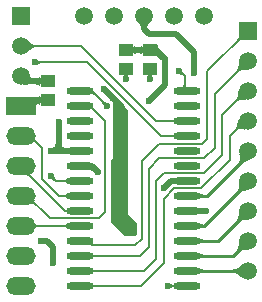
<source format=gtl>
G04 Layer_Physical_Order=1*
G04 Layer_Color=255*
%FSLAX44Y44*%
%MOMM*%
G71*
G01*
G75*
%ADD10O,2.3000X0.6000*%
%ADD11R,1.3000X1.0000*%
%ADD12C,0.5000*%
%ADD13C,0.2000*%
%ADD14C,0.2540*%
%ADD15R,1.5000X1.5000*%
%ADD16C,1.5000*%
%ADD17O,2.5000X1.5000*%
%ADD18R,2.5000X1.5000*%
%ADD19C,0.6000*%
G36*
X166061Y-177764D02*
X166232Y-177780D01*
X167329Y-177817D01*
X171110Y-177840D01*
Y-182840D01*
X165988Y-182934D01*
Y-177746D01*
X166061Y-177764D01*
D02*
G37*
G36*
X53894Y-181753D02*
X53876Y-181675D01*
X53821Y-181604D01*
X53730Y-181542D01*
X53602Y-181489D01*
X53438Y-181443D01*
X53238Y-181406D01*
X53000Y-181377D01*
X52417Y-181344D01*
X52070Y-181340D01*
Y-179340D01*
X52417Y-179336D01*
X53238Y-179274D01*
X53438Y-179237D01*
X53602Y-179191D01*
X53730Y-179137D01*
X53821Y-179076D01*
X53876Y-179005D01*
X53894Y-178927D01*
Y-181753D01*
D02*
G37*
G36*
X26629Y-171400D02*
X26559Y-171568D01*
X26534Y-171753D01*
X26554Y-171956D01*
X26621Y-172176D01*
X26732Y-172414D01*
X26890Y-172669D01*
X27092Y-172942D01*
X27341Y-173233D01*
X27635Y-173541D01*
X26229Y-174963D01*
X25922Y-174670D01*
X25632Y-174422D01*
X25360Y-174221D01*
X25106Y-174065D01*
X24870Y-173955D01*
X24651Y-173890D01*
X24451Y-173872D01*
X24267Y-173899D01*
X24102Y-173971D01*
X23954Y-174090D01*
X26746Y-171250D01*
X26629Y-171400D01*
D02*
G37*
G36*
X27432Y-191237D02*
X27499Y-191406D01*
X27611Y-191554D01*
X27768Y-191683D01*
X27969Y-191792D01*
X28215Y-191881D01*
X28506Y-191951D01*
X28842Y-192000D01*
X29222Y-192030D01*
X29647Y-192040D01*
Y-194040D01*
X29222Y-194050D01*
X28842Y-194080D01*
X28506Y-194129D01*
X28215Y-194199D01*
X27969Y-194288D01*
X27768Y-194397D01*
X27611Y-194526D01*
X27499Y-194674D01*
X27432Y-194843D01*
X27410Y-195031D01*
Y-191049D01*
X27432Y-191237D01*
D02*
G37*
G36*
X54306Y-195021D02*
X54280Y-194835D01*
X54201Y-194668D01*
X54070Y-194521D01*
X53887Y-194393D01*
X53652Y-194285D01*
X53364Y-194197D01*
X53024Y-194128D01*
X52632Y-194079D01*
X52187Y-194050D01*
X51690Y-194040D01*
Y-192040D01*
X52187Y-192030D01*
X53024Y-191952D01*
X53364Y-191883D01*
X53652Y-191795D01*
X53887Y-191687D01*
X54070Y-191559D01*
X54201Y-191412D01*
X54280Y-191245D01*
X54306Y-191059D01*
Y-195021D01*
D02*
G37*
G36*
X206935Y-187840D02*
X205858Y-187848D01*
X203925Y-187979D01*
X203070Y-188102D01*
X202290Y-188263D01*
X201583Y-188463D01*
X200951Y-188702D01*
X200393Y-188978D01*
X199909Y-189293D01*
X199499Y-189647D01*
X197703Y-187851D01*
X198057Y-187441D01*
X198372Y-186957D01*
X198648Y-186399D01*
X198887Y-185767D01*
X199086Y-185060D01*
X199248Y-184280D01*
X199371Y-183425D01*
X199502Y-181493D01*
X199510Y-180415D01*
X206935Y-187840D01*
D02*
G37*
G36*
X54306Y-156921D02*
X54280Y-156735D01*
X54201Y-156568D01*
X54070Y-156421D01*
X53887Y-156293D01*
X53652Y-156185D01*
X53364Y-156097D01*
X53024Y-156028D01*
X52632Y-155979D01*
X52187Y-155950D01*
X51690Y-155940D01*
Y-153940D01*
X52187Y-153930D01*
X53024Y-153852D01*
X53364Y-153783D01*
X53652Y-153695D01*
X53887Y-153587D01*
X54070Y-153459D01*
X54201Y-153312D01*
X54280Y-153145D01*
X54306Y-152959D01*
Y-156921D01*
D02*
G37*
G36*
X43647Y-151463D02*
X43674Y-151754D01*
X43722Y-152035D01*
X43789Y-152305D01*
X43877Y-152564D01*
X43985Y-152812D01*
X44114Y-153049D01*
X44262Y-153276D01*
X44431Y-153491D01*
X44620Y-153696D01*
X43206Y-155110D01*
X43001Y-154921D01*
X42786Y-154752D01*
X42559Y-154604D01*
X42322Y-154475D01*
X42074Y-154367D01*
X41815Y-154279D01*
X41545Y-154212D01*
X41264Y-154164D01*
X40973Y-154137D01*
X40670Y-154130D01*
X43640Y-151160D01*
X43647Y-151463D01*
D02*
G37*
G36*
X23285Y-148986D02*
X23126Y-149068D01*
X23024Y-149180D01*
X22979Y-149321D01*
X22992Y-149491D01*
X23062Y-149690D01*
X23190Y-149917D01*
X23375Y-150174D01*
X23617Y-150459D01*
X23918Y-150773D01*
X21476Y-151160D01*
X21153Y-150851D01*
X20533Y-150342D01*
X20237Y-150143D01*
X19950Y-149980D01*
X19672Y-149854D01*
X19402Y-149764D01*
X19142Y-149711D01*
X18890Y-149695D01*
X18647Y-149715D01*
X23502Y-148931D01*
X23285Y-148986D01*
D02*
G37*
G36*
X166076Y-165361D02*
X166186Y-165573D01*
X166370Y-165760D01*
X166628Y-165921D01*
X166959Y-166059D01*
X167364Y-166171D01*
X167842Y-166258D01*
X168394Y-166320D01*
X169019Y-166358D01*
X169718Y-166370D01*
Y-168910D01*
X169019Y-168922D01*
X167842Y-169022D01*
X167364Y-169109D01*
X166959Y-169221D01*
X166628Y-169359D01*
X166370Y-169520D01*
X166186Y-169707D01*
X166076Y-169919D01*
X166039Y-170156D01*
Y-165124D01*
X166076Y-165361D01*
D02*
G37*
G36*
X54306Y-169621D02*
X54280Y-169435D01*
X54201Y-169268D01*
X54070Y-169121D01*
X53887Y-168993D01*
X53652Y-168885D01*
X53364Y-168797D01*
X53024Y-168728D01*
X52632Y-168679D01*
X52187Y-168650D01*
X51690Y-168640D01*
Y-166640D01*
X52187Y-166630D01*
X53024Y-166552D01*
X53364Y-166483D01*
X53652Y-166395D01*
X53887Y-166287D01*
X54070Y-166159D01*
X54201Y-166012D01*
X54280Y-165845D01*
X54306Y-165659D01*
Y-169621D01*
D02*
G37*
G36*
X207833Y-162395D02*
X206703Y-162535D01*
X203813Y-163079D01*
X203016Y-163303D01*
X202303Y-163547D01*
X201673Y-163812D01*
X201127Y-164098D01*
X200664Y-164404D01*
X200284Y-164732D01*
X198268Y-163156D01*
X198640Y-162725D01*
X198958Y-162229D01*
X199222Y-161667D01*
X199433Y-161041D01*
X199590Y-160349D01*
X199694Y-159592D01*
X199744Y-158770D01*
X199741Y-157883D01*
X199684Y-156930D01*
X199573Y-155912D01*
X207833Y-162395D01*
D02*
G37*
G36*
X166076Y-228861D02*
X166186Y-229073D01*
X166370Y-229259D01*
X166628Y-229422D01*
X166959Y-229559D01*
X167364Y-229671D01*
X167842Y-229758D01*
X168394Y-229820D01*
X169019Y-229858D01*
X169718Y-229870D01*
Y-232410D01*
X169019Y-232422D01*
X167842Y-232522D01*
X167364Y-232609D01*
X166959Y-232722D01*
X166628Y-232859D01*
X166370Y-233020D01*
X166186Y-233207D01*
X166076Y-233419D01*
X166039Y-233656D01*
Y-228624D01*
X166076Y-228861D01*
D02*
G37*
G36*
X75700Y-229345D02*
X75779Y-229512D01*
X75910Y-229659D01*
X76093Y-229787D01*
X76328Y-229895D01*
X76616Y-229983D01*
X76956Y-230052D01*
X77348Y-230101D01*
X77793Y-230130D01*
X78290Y-230140D01*
Y-232140D01*
X77793Y-232150D01*
X76956Y-232228D01*
X76616Y-232297D01*
X76328Y-232385D01*
X76093Y-232493D01*
X75910Y-232621D01*
X75779Y-232768D01*
X75700Y-232935D01*
X75674Y-233121D01*
Y-229159D01*
X75700Y-229345D01*
D02*
G37*
G36*
X166076Y-216161D02*
X166186Y-216373D01*
X166370Y-216560D01*
X166628Y-216721D01*
X166959Y-216859D01*
X167364Y-216971D01*
X167842Y-217058D01*
X168394Y-217120D01*
X169019Y-217158D01*
X169718Y-217170D01*
Y-219710D01*
X169019Y-219722D01*
X167842Y-219822D01*
X167364Y-219909D01*
X166959Y-220021D01*
X166628Y-220159D01*
X166370Y-220320D01*
X166186Y-220507D01*
X166076Y-220719D01*
X166039Y-220956D01*
Y-215924D01*
X166076Y-216161D01*
D02*
G37*
G36*
X75700Y-242045D02*
X75779Y-242212D01*
X75910Y-242359D01*
X76093Y-242487D01*
X76328Y-242595D01*
X76616Y-242683D01*
X76956Y-242752D01*
X77348Y-242801D01*
X77793Y-242830D01*
X78290Y-242840D01*
Y-244840D01*
X77793Y-244850D01*
X76956Y-244928D01*
X76616Y-244997D01*
X76328Y-245085D01*
X76093Y-245193D01*
X75910Y-245321D01*
X75779Y-245468D01*
X75700Y-245635D01*
X75674Y-245821D01*
Y-241859D01*
X75700Y-242045D01*
D02*
G37*
G36*
X142061Y-241949D02*
X142287Y-242136D01*
X142519Y-242301D01*
X142758Y-242444D01*
X143003Y-242565D01*
X143255Y-242664D01*
X143513Y-242741D01*
X143708Y-242781D01*
X144024Y-242752D01*
X144364Y-242683D01*
X144652Y-242595D01*
X144887Y-242487D01*
X145070Y-242359D01*
X145201Y-242212D01*
X145280Y-242045D01*
X145306Y-241859D01*
Y-245821D01*
X145280Y-245635D01*
X145201Y-245468D01*
X145070Y-245321D01*
X144887Y-245193D01*
X144652Y-245085D01*
X144364Y-244997D01*
X144024Y-244928D01*
X143737Y-244893D01*
X143513Y-244939D01*
X143255Y-245016D01*
X143003Y-245115D01*
X142758Y-245236D01*
X142519Y-245379D01*
X142287Y-245544D01*
X142061Y-245731D01*
X141842Y-245940D01*
Y-241740D01*
X142061Y-241949D01*
D02*
G37*
G36*
X201654Y-236390D02*
X200886Y-235634D01*
X199427Y-234360D01*
X198736Y-233843D01*
X198069Y-233405D01*
X197428Y-233047D01*
X196813Y-232768D01*
X196223Y-232569D01*
X195658Y-232450D01*
X195118Y-232410D01*
Y-229870D01*
X195658Y-229830D01*
X196223Y-229711D01*
X196813Y-229512D01*
X197428Y-229233D01*
X198069Y-228875D01*
X198736Y-228437D01*
X199427Y-227920D01*
X200886Y-226646D01*
X201654Y-225890D01*
Y-236390D01*
D02*
G37*
G36*
X166076Y-203461D02*
X166186Y-203673D01*
X166370Y-203860D01*
X166628Y-204021D01*
X166959Y-204158D01*
X167364Y-204271D01*
X167842Y-204358D01*
X168394Y-204420D01*
X169019Y-204458D01*
X169718Y-204470D01*
Y-207010D01*
X169019Y-207022D01*
X167842Y-207122D01*
X167364Y-207209D01*
X166959Y-207321D01*
X166628Y-207458D01*
X166370Y-207621D01*
X166186Y-207807D01*
X166076Y-208019D01*
X166039Y-208256D01*
Y-203224D01*
X166076Y-203461D01*
D02*
G37*
G36*
X105410Y-94668D02*
Y-158750D01*
Y-182880D01*
X113030Y-190500D01*
Y-196850D01*
Y-200660D01*
X111760Y-201930D01*
X102870D01*
X100330Y-199390D01*
X91440Y-190500D01*
Y-149860D01*
Y-137160D01*
X92710Y-135890D01*
Y-91530D01*
X92728Y-91440D01*
X92710Y-91350D01*
Y-87630D01*
D01*
Y-85090D01*
X91440Y-83820D01*
Y-82550D01*
X93292D01*
X105410Y-94668D01*
D02*
G37*
G36*
X166076Y-190761D02*
X166186Y-190973D01*
X166370Y-191159D01*
X166628Y-191322D01*
X166959Y-191458D01*
X167364Y-191571D01*
X167842Y-191658D01*
X168394Y-191720D01*
X169019Y-191758D01*
X169718Y-191770D01*
Y-194310D01*
X169019Y-194322D01*
X167842Y-194422D01*
X167364Y-194509D01*
X166959Y-194622D01*
X166628Y-194758D01*
X166370Y-194921D01*
X166186Y-195107D01*
X166076Y-195319D01*
X166039Y-195556D01*
Y-190524D01*
X166076Y-190761D01*
D02*
G37*
G36*
X75700Y-216645D02*
X75779Y-216812D01*
X75910Y-216959D01*
X76093Y-217087D01*
X76328Y-217195D01*
X76616Y-217283D01*
X76956Y-217352D01*
X77348Y-217401D01*
X77793Y-217430D01*
X78290Y-217440D01*
Y-219440D01*
X77793Y-219450D01*
X76956Y-219528D01*
X76616Y-219597D01*
X76328Y-219685D01*
X76093Y-219793D01*
X75910Y-219921D01*
X75779Y-220068D01*
X75700Y-220235D01*
X75674Y-220421D01*
Y-216459D01*
X75700Y-216645D01*
D02*
G37*
G36*
X206935Y-213240D02*
X205858Y-213248D01*
X203925Y-213379D01*
X203070Y-213502D01*
X202290Y-213664D01*
X201583Y-213863D01*
X200951Y-214102D01*
X200393Y-214378D01*
X199909Y-214693D01*
X199499Y-215047D01*
X197703Y-213251D01*
X198057Y-212841D01*
X198372Y-212357D01*
X198648Y-211799D01*
X198887Y-211167D01*
X199086Y-210460D01*
X199248Y-209680D01*
X199371Y-208825D01*
X199502Y-206893D01*
X199510Y-205815D01*
X206935Y-213240D01*
D02*
G37*
G36*
X76014Y-207140D02*
X75945Y-207241D01*
X75918Y-207364D01*
X75934Y-207510D01*
X75991Y-207677D01*
X76090Y-207866D01*
X76231Y-208077D01*
X76415Y-208311D01*
X76640Y-208566D01*
X76907Y-208843D01*
X75329Y-210093D01*
X74995Y-209769D01*
X74391Y-209244D01*
X74121Y-209043D01*
X73873Y-208884D01*
X73646Y-208765D01*
X73441Y-208688D01*
X73258Y-208652D01*
X73096Y-208658D01*
X72955Y-208705D01*
X76124Y-207061D01*
X76014Y-207140D01*
D02*
G37*
G36*
X125471Y-64230D02*
X125504Y-64502D01*
X125559Y-64767D01*
X125631Y-65009D01*
X126460D01*
X126270Y-65029D01*
X126100Y-65090D01*
X125950Y-65192D01*
X125820Y-65334D01*
X125789Y-65386D01*
X125856Y-65522D01*
X125999Y-65761D01*
X126164Y-65993D01*
X126351Y-66219D01*
X126560Y-66438D01*
X125489D01*
X125470Y-66654D01*
X125460Y-67039D01*
X123460D01*
X123450Y-66654D01*
X123431Y-66438D01*
X122360D01*
X122569Y-66219D01*
X122756Y-65993D01*
X122921Y-65761D01*
X123064Y-65522D01*
X123131Y-65386D01*
X123100Y-65334D01*
X122970Y-65192D01*
X122820Y-65090D01*
X122650Y-65029D01*
X122460Y-65009D01*
X123289D01*
X123361Y-64767D01*
X123416Y-64502D01*
X123449Y-64230D01*
X123460Y-63952D01*
X125460D01*
X125471Y-64230D01*
D02*
G37*
G36*
X151558Y-61658D02*
X151779Y-62217D01*
X151903Y-62479D01*
X152181Y-62967D01*
X152333Y-63194D01*
X152495Y-63409D01*
X152667Y-63612D01*
X152848Y-63804D01*
X151911Y-65695D01*
X151698Y-65500D01*
X151480Y-65335D01*
X151255Y-65199D01*
X151024Y-65094D01*
X150788Y-65018D01*
X150546Y-64971D01*
X150297Y-64955D01*
X150043Y-64968D01*
X149783Y-65011D01*
X149517Y-65083D01*
X151461Y-61361D01*
X151558Y-61658D01*
D02*
G37*
G36*
X206935Y-60840D02*
X205787Y-60845D01*
X203747Y-60963D01*
X202854Y-61074D01*
X202046Y-61221D01*
X201322Y-61403D01*
X200684Y-61621D01*
X200131Y-61874D01*
X199663Y-62162D01*
X199279Y-62485D01*
X197865Y-61071D01*
X198188Y-60687D01*
X198476Y-60219D01*
X198729Y-59666D01*
X198947Y-59028D01*
X199129Y-58304D01*
X199276Y-57496D01*
X199387Y-56603D01*
X199505Y-54563D01*
X199510Y-53415D01*
X206935Y-60840D01*
D02*
G37*
G36*
X154680Y-74131D02*
X154710Y-74476D01*
X154760Y-74780D01*
X154830Y-75044D01*
X154920Y-75268D01*
X155030Y-75451D01*
X155160Y-75593D01*
X155310Y-75694D01*
X155480Y-75755D01*
X155670Y-75775D01*
X151670D01*
X151860Y-75755D01*
X152030Y-75694D01*
X152180Y-75593D01*
X152310Y-75451D01*
X152420Y-75268D01*
X152510Y-75044D01*
X152580Y-74780D01*
X152630Y-74476D01*
X152660Y-74131D01*
X152670Y-73745D01*
X154670D01*
X154680Y-74131D01*
D02*
G37*
G36*
X22798Y-65863D02*
X22965Y-66362D01*
X23204Y-66802D01*
X23516Y-67183D01*
X23900Y-67506D01*
X24357Y-67770D01*
X24886Y-67976D01*
X25488Y-68123D01*
X26163Y-68211D01*
X26799Y-68236D01*
X27580Y-68215D01*
X28431Y-68141D01*
X29181Y-68018D01*
X29831Y-67845D01*
X30380Y-67623D01*
X30831Y-67351D01*
X31181Y-67030D01*
X31430Y-66659D01*
X31581Y-66240D01*
X31630Y-65771D01*
Y-75710D01*
X31581Y-75240D01*
X31430Y-74820D01*
X31181Y-74450D01*
X30831Y-74129D01*
X30380Y-73857D01*
X29831Y-73635D01*
X29181Y-73462D01*
X28431Y-73339D01*
X27580Y-73265D01*
X26630Y-73240D01*
Y-69295D01*
X25585Y-73240D01*
X16880Y-73358D01*
X22704Y-65305D01*
X22798Y-65863D01*
D02*
G37*
G36*
X105151Y-64230D02*
X105184Y-64502D01*
X105239Y-64767D01*
X105311Y-65009D01*
X106140D01*
X105950Y-65029D01*
X105780Y-65090D01*
X105630Y-65192D01*
X105500Y-65334D01*
X105469Y-65386D01*
X105536Y-65522D01*
X105679Y-65761D01*
X105844Y-65993D01*
X106031Y-66219D01*
X106240Y-66438D01*
X105169D01*
X105150Y-66654D01*
X105140Y-67039D01*
X103140D01*
X103130Y-66654D01*
X103111Y-66438D01*
X102040D01*
X102249Y-66219D01*
X102436Y-65993D01*
X102601Y-65761D01*
X102744Y-65522D01*
X102811Y-65386D01*
X102780Y-65334D01*
X102650Y-65192D01*
X102500Y-65090D01*
X102330Y-65029D01*
X102140Y-65009D01*
X102969D01*
X103041Y-64767D01*
X103096Y-64502D01*
X103129Y-64230D01*
X103140Y-63952D01*
X105140D01*
X105151Y-64230D01*
D02*
G37*
G36*
X117991Y-49040D02*
X117941Y-48570D01*
X117790Y-48151D01*
X117541Y-47780D01*
X117191Y-47459D01*
X116741Y-47187D01*
X116191Y-46965D01*
X115541Y-46792D01*
X114790Y-46669D01*
X114300Y-46626D01*
X113809Y-46669D01*
X113060Y-46792D01*
X112409Y-46965D01*
X111860Y-47187D01*
X111410Y-47459D01*
X111060Y-47780D01*
X110809Y-48151D01*
X110660Y-48570D01*
X110610Y-49040D01*
Y-39100D01*
X110660Y-39570D01*
X110809Y-39990D01*
X111060Y-40360D01*
X111410Y-40681D01*
X111860Y-40953D01*
X112409Y-41175D01*
X113060Y-41348D01*
X113809Y-41471D01*
X114300Y-41514D01*
X114790Y-41471D01*
X115541Y-41348D01*
X116191Y-41175D01*
X116741Y-40953D01*
X117191Y-40681D01*
X117541Y-40360D01*
X117790Y-39990D01*
X117941Y-39570D01*
X117991Y-39100D01*
Y-49040D01*
D02*
G37*
G36*
X202369Y-35410D02*
X202213Y-35296D01*
X202029Y-35240D01*
X201817D01*
X201577Y-35296D01*
X201308Y-35410D01*
X201011Y-35579D01*
X200686Y-35805D01*
X200332Y-36088D01*
X199541Y-36824D01*
X198126Y-35410D01*
X198522Y-34999D01*
X199144Y-34264D01*
X199371Y-33939D01*
X199541Y-33642D01*
X199654Y-33373D01*
X199710Y-33133D01*
Y-32920D01*
X199654Y-32737D01*
X199541Y-32581D01*
X202369Y-35410D01*
D02*
G37*
G36*
X123569Y-21520D02*
X123214Y-21911D01*
X122902Y-22346D01*
X122631Y-22828D01*
X122401Y-23354D01*
X122214Y-23926D01*
X122068Y-24544D01*
X121963Y-25207D01*
X121901Y-25916D01*
X121880Y-26670D01*
X116880D01*
X116859Y-25916D01*
X116797Y-25207D01*
X116692Y-24544D01*
X116546Y-23926D01*
X116359Y-23354D01*
X116129Y-22828D01*
X115858Y-22346D01*
X115546Y-21911D01*
X115191Y-21520D01*
X114795Y-21175D01*
X123965D01*
X123569Y-21520D01*
D02*
G37*
G36*
X29031Y-52719D02*
X29257Y-52906D01*
X29489Y-53071D01*
X29728Y-53214D01*
X29973Y-53335D01*
X30225Y-53434D01*
X30483Y-53511D01*
X30749Y-53566D01*
X31020Y-53599D01*
X31298Y-53610D01*
Y-55610D01*
X31020Y-55621D01*
X30749Y-55654D01*
X30483Y-55709D01*
X30225Y-55786D01*
X29973Y-55885D01*
X29728Y-56006D01*
X29489Y-56149D01*
X29257Y-56314D01*
X29031Y-56501D01*
X28812Y-56710D01*
Y-52510D01*
X29031Y-52719D01*
D02*
G37*
G36*
X130965Y-39745D02*
X131071Y-40395D01*
X131248Y-41052D01*
X131495Y-41716D01*
X131813Y-42387D01*
X132202Y-43064D01*
X132661Y-43747D01*
X133191Y-44437D01*
X133792Y-45134D01*
X134463Y-45838D01*
X134129Y-52575D01*
X132963Y-51444D01*
X130937Y-49698D01*
X130077Y-49083D01*
X129319Y-48640D01*
X128663Y-48370D01*
X128108Y-48271D01*
X127656Y-48345D01*
X127306Y-48591D01*
X127058Y-49009D01*
X130929Y-39100D01*
X130965Y-39745D01*
D02*
G37*
G36*
X21412Y-36198D02*
X22938Y-37557D01*
X23648Y-38110D01*
X24323Y-38577D01*
X24963Y-38960D01*
X25568Y-39258D01*
X26138Y-39470D01*
X26673Y-39597D01*
X27173Y-39640D01*
Y-41640D01*
X26673Y-41683D01*
X26138Y-41810D01*
X25568Y-42023D01*
X24963Y-42320D01*
X24323Y-42702D01*
X23648Y-43170D01*
X22938Y-43723D01*
X21412Y-45083D01*
X20596Y-45890D01*
Y-35390D01*
X21412Y-36198D01*
D02*
G37*
G36*
X27387Y-118824D02*
X27350Y-119023D01*
X27354Y-119237D01*
X27402Y-119466D01*
X27491Y-119709D01*
X27624Y-119966D01*
X27799Y-120239D01*
X28016Y-120526D01*
X28276Y-120828D01*
X28579Y-121145D01*
X27505Y-122899D01*
X27200Y-122608D01*
X26917Y-122367D01*
X26654Y-122176D01*
X26413Y-122033D01*
X26193Y-121940D01*
X25995Y-121897D01*
X25818Y-121903D01*
X25662Y-121958D01*
X25527Y-122063D01*
X25413Y-122218D01*
X27468Y-118640D01*
X27387Y-118824D01*
D02*
G37*
G36*
X145306Y-118821D02*
X145280Y-118635D01*
X145201Y-118468D01*
X145070Y-118321D01*
X144887Y-118193D01*
X144652Y-118085D01*
X144364Y-117997D01*
X144024Y-117928D01*
X143632Y-117879D01*
X143187Y-117850D01*
X142690Y-117840D01*
Y-115840D01*
X143187Y-115830D01*
X144024Y-115752D01*
X144364Y-115683D01*
X144652Y-115595D01*
X144887Y-115487D01*
X145070Y-115359D01*
X145201Y-115212D01*
X145280Y-115045D01*
X145306Y-114859D01*
Y-118821D01*
D02*
G37*
G36*
X205141Y-111403D02*
X204136Y-111170D01*
X202320Y-110900D01*
X201508Y-110864D01*
X200761Y-110893D01*
X200078Y-110989D01*
X199460Y-111151D01*
X198906Y-111379D01*
X198417Y-111673D01*
X197992Y-112032D01*
X196930Y-110266D01*
X197176Y-109969D01*
X197430Y-109563D01*
X197690Y-109049D01*
X197958Y-108427D01*
X198514Y-106857D01*
X199098Y-104854D01*
X199711Y-102417D01*
X205141Y-111403D01*
D02*
G37*
G36*
X76308Y-140515D02*
X76648Y-140741D01*
X77122Y-141118D01*
X78469Y-142323D01*
X81488Y-145262D01*
X77817Y-148662D01*
X76834Y-147715D01*
X75060Y-146221D01*
X74268Y-145675D01*
X73540Y-145262D01*
X72876Y-144983D01*
X72275Y-144838D01*
X71738Y-144827D01*
X71264Y-144949D01*
X70854Y-145205D01*
X76084Y-140742D01*
X76025Y-140516D01*
X76100Y-140440D01*
X76308Y-140515D01*
D02*
G37*
G36*
X209634Y-136566D02*
X208397Y-137035D01*
X202765Y-139552D01*
X202393Y-139803D01*
X202129Y-140027D01*
X199628Y-138936D01*
X200024Y-138478D01*
X200341Y-137974D01*
X200579Y-137425D01*
X200738Y-136830D01*
X200819Y-136190D01*
X200820Y-135504D01*
X200743Y-134772D01*
X200587Y-133995D01*
X200352Y-133172D01*
X200038Y-132304D01*
X209634Y-136566D01*
D02*
G37*
G36*
X49540Y-122990D02*
X49690Y-123840D01*
X49940Y-124590D01*
X50290Y-125240D01*
X50740Y-125790D01*
X51290Y-126240D01*
X51940Y-126590D01*
X52690Y-126840D01*
X53074Y-126908D01*
X55177Y-126788D01*
X55486Y-126722D01*
X55715Y-126647D01*
Y-132433D01*
X55486Y-132358D01*
X55177Y-132292D01*
X54790Y-132233D01*
X53779Y-132138D01*
X51670Y-132056D01*
X49870Y-132040D01*
Y-130120D01*
X46990Y-132040D01*
X40640Y-127040D01*
X41371Y-126990D01*
X42026Y-126840D01*
X42604Y-126590D01*
X43104Y-126240D01*
X43527Y-125790D01*
X43874Y-125240D01*
X44144Y-124590D01*
X44336Y-123840D01*
X44451Y-122990D01*
X44490Y-122040D01*
X49490D01*
X49540Y-122990D01*
D02*
G37*
G36*
X206038Y-86177D02*
X204957Y-86056D01*
X203020Y-85970D01*
X202164Y-86005D01*
X201383Y-86091D01*
X200676Y-86229D01*
X200044Y-86419D01*
X199487Y-86660D01*
X199005Y-86952D01*
X198597Y-87297D01*
X197355Y-85710D01*
X197648Y-85362D01*
X197925Y-84917D01*
X198186Y-84377D01*
X198430Y-83741D01*
X198658Y-83009D01*
X199066Y-81259D01*
X199245Y-80241D01*
X199555Y-77916D01*
X206038Y-86177D01*
D02*
G37*
G36*
X31630Y-84230D02*
X32710Y-84240D01*
Y-89240D01*
X31755Y-89265D01*
X31630Y-89276D01*
Y-91709D01*
X31581Y-91240D01*
X31430Y-90821D01*
X31181Y-90450D01*
X30831Y-90129D01*
X30380Y-89857D01*
X29831Y-89635D01*
X29671Y-89593D01*
X29495Y-89640D01*
X28942Y-89865D01*
X28489Y-90140D01*
X28136Y-90465D01*
X27883Y-90840D01*
X27731Y-91265D01*
X27679Y-91740D01*
X27689Y-89274D01*
X27580Y-89265D01*
X26630Y-89240D01*
Y-84240D01*
X27580Y-84215D01*
X27709Y-84204D01*
X27710Y-83970D01*
X27759Y-84022D01*
X27910Y-84067D01*
X28159Y-84108D01*
X28454Y-84137D01*
X29181Y-84018D01*
X29831Y-83845D01*
X30380Y-83623D01*
X30831Y-83351D01*
X31181Y-83030D01*
X31430Y-82660D01*
X31581Y-82240D01*
X31630Y-81770D01*
Y-84230D01*
D02*
G37*
G36*
X76420Y-78157D02*
X76483Y-78357D01*
X76570Y-78567D01*
X76682Y-78785D01*
X76820Y-79012D01*
X76982Y-79248D01*
X77382Y-79746D01*
X77620Y-80008D01*
X77883Y-80279D01*
X77033Y-82257D01*
X76684Y-81922D01*
X76067Y-81417D01*
X75799Y-81247D01*
X75559Y-81133D01*
X75346Y-81074D01*
X75161Y-81070D01*
X75003Y-81122D01*
X74872Y-81229D01*
X74769Y-81391D01*
X76383Y-77965D01*
X76420Y-78157D01*
D02*
G37*
G36*
X145306Y-106121D02*
X145280Y-105935D01*
X145201Y-105768D01*
X145070Y-105621D01*
X144887Y-105493D01*
X144652Y-105385D01*
X144364Y-105297D01*
X144024Y-105228D01*
X143632Y-105179D01*
X143187Y-105150D01*
X142690Y-105140D01*
Y-103140D01*
X143187Y-103130D01*
X144024Y-103052D01*
X144364Y-102983D01*
X144652Y-102895D01*
X144887Y-102787D01*
X145070Y-102659D01*
X145201Y-102512D01*
X145280Y-102345D01*
X145306Y-102159D01*
Y-106121D01*
D02*
G37*
G36*
X76348Y-91592D02*
X76291Y-91771D01*
X76284Y-91972D01*
X76328Y-92195D01*
X76421Y-92441D01*
X76565Y-92709D01*
X76759Y-93000D01*
X77003Y-93313D01*
X77297Y-93649D01*
X77641Y-94007D01*
X76297Y-95491D01*
X75939Y-95147D01*
X75293Y-94612D01*
X75006Y-94423D01*
X74743Y-94284D01*
X74503Y-94197D01*
X74288Y-94162D01*
X74096Y-94178D01*
X73928Y-94246D01*
X73784Y-94366D01*
X76455Y-91436D01*
X76348Y-91592D01*
D02*
G37*
G36*
X85269Y-87649D02*
X85484Y-87818D01*
X85711Y-87966D01*
X85948Y-88095D01*
X86196Y-88203D01*
X86455Y-88291D01*
X86725Y-88358D01*
X87006Y-88406D01*
X87297Y-88433D01*
X87600Y-88440D01*
X84630Y-91410D01*
X84623Y-91107D01*
X84596Y-90816D01*
X84548Y-90535D01*
X84481Y-90265D01*
X84393Y-90006D01*
X84285Y-89758D01*
X84156Y-89521D01*
X84008Y-89294D01*
X83839Y-89079D01*
X83650Y-88874D01*
X85064Y-87460D01*
X85269Y-87649D01*
D02*
G37*
D10*
X155990Y-243840D02*
D03*
Y-231140D02*
D03*
Y-218440D02*
D03*
Y-205740D02*
D03*
Y-193040D02*
D03*
Y-180340D02*
D03*
Y-167640D02*
D03*
Y-154940D02*
D03*
Y-142240D02*
D03*
Y-129540D02*
D03*
Y-116840D02*
D03*
Y-104140D02*
D03*
Y-91440D02*
D03*
Y-78740D02*
D03*
X64990Y-243840D02*
D03*
Y-231140D02*
D03*
Y-218440D02*
D03*
Y-205740D02*
D03*
Y-193040D02*
D03*
Y-180340D02*
D03*
Y-167640D02*
D03*
Y-154940D02*
D03*
Y-142240D02*
D03*
Y-129540D02*
D03*
Y-116840D02*
D03*
Y-104140D02*
D03*
Y-91440D02*
D03*
Y-78740D02*
D03*
D11*
X38100Y-70740D02*
D03*
Y-86740D02*
D03*
X104140Y-60070D02*
D03*
Y-44070D02*
D03*
X124460Y-60070D02*
D03*
Y-44070D02*
D03*
D12*
X100330Y-152400D02*
Y-92710D01*
Y-189230D02*
Y-152400D01*
X123190Y-30480D02*
X146050D01*
X119380Y-26670D02*
X123190Y-30480D01*
X119380Y-26670D02*
Y-15240D01*
X85090Y-77470D02*
X92710Y-85090D01*
X41910Y-224790D02*
Y-210820D01*
X36830Y-205740D02*
X41910Y-210820D01*
X31750Y-205740D02*
X36830D01*
X46990Y-129540D02*
X64990D01*
X40640D02*
X46990D01*
Y-105410D01*
X19940Y-86740D02*
X38100D01*
X15240Y-91440D02*
X19940Y-86740D01*
X19940Y-70740D02*
X38100D01*
X15240Y-66040D02*
X19940Y-70740D01*
X129160Y-44070D02*
X137160Y-52070D01*
X104140Y-44070D02*
X124460D01*
X129160D01*
X142240Y-154940D02*
X155990D01*
X135890Y-161290D02*
X142240Y-154940D01*
X92710Y-85090D02*
X100330Y-92710D01*
X123190Y-87630D02*
X137160Y-73660D01*
Y-52070D01*
X64990Y-142240D02*
X74930D01*
X80010Y-147320D01*
X155990Y-180340D02*
X171450D01*
X100330Y-189230D02*
X109220Y-198120D01*
X95250Y-152400D02*
X100330D01*
X146050Y-30480D02*
X161290Y-45720D01*
Y-63500D02*
Y-45720D01*
D13*
X76200Y-209550D02*
X111760D01*
X72390Y-205740D02*
X76200Y-209550D01*
X64990Y-205740D02*
X72390D01*
X111760Y-209550D02*
X117600Y-203710D01*
Y-137670D01*
X86360Y-181610D02*
Y-104140D01*
X73660Y-91440D02*
X86360Y-104140D01*
X64990Y-91440D02*
X73660D01*
X15240Y-143510D02*
X52070Y-180340D01*
X64990D01*
X191770Y-116840D02*
X204470Y-104140D01*
X191770Y-137160D02*
Y-116840D01*
X167640Y-161290D02*
X191770Y-137160D01*
X185420Y-99060D02*
X205740Y-78740D01*
X185420Y-133350D02*
Y-99060D01*
X170180Y-148590D02*
X185420Y-133350D01*
X179070Y-81280D02*
X207010Y-53340D01*
X179070Y-127000D02*
Y-81280D01*
X170180Y-135890D02*
X179070Y-127000D01*
X64990Y-243840D02*
X116840D01*
X64990Y-231140D02*
X119380D01*
X129540Y-220980D01*
X116840Y-243840D02*
X135890Y-224790D01*
X15240Y-193040D02*
X64990D01*
X22860Y-116840D02*
X33020Y-127000D01*
X15240Y-116840D02*
X22860D01*
X15240Y-167640D02*
X20320D01*
X104140Y-68580D02*
Y-60070D01*
X153670Y-76420D02*
X155990Y-78740D01*
X124460Y-68580D02*
Y-60070D01*
X135890Y-224790D02*
Y-170180D01*
X144780Y-161290D01*
X167640D01*
X129540Y-220980D02*
Y-154940D01*
X135890Y-148590D01*
X170180D01*
X172720Y-119380D02*
Y-62230D01*
X207010Y-27940D01*
X64990Y-78740D02*
X74930D01*
X87630Y-91440D01*
X15240Y-40640D02*
X66040D01*
X129540Y-104140D01*
X155990D01*
X133350Y-116840D02*
X155990D01*
X15240Y-143510D02*
Y-142240D01*
X46990Y-167640D02*
X64990D01*
X33020Y-153670D02*
Y-127000D01*
Y-153670D02*
X46990Y-167640D01*
X40640Y-151130D02*
X44450Y-154940D01*
X64990D01*
X71120Y-54610D02*
X133350Y-116840D01*
X64990Y-218440D02*
X115570D01*
X123190Y-210820D01*
Y-144780D01*
X139700Y-243840D02*
X155990D01*
X26670Y-54610D02*
X71120D01*
X117600Y-137670D02*
X131762Y-123508D01*
X168592D02*
X172720Y-119380D01*
X131762Y-123508D02*
X168592D01*
X123190Y-144780D02*
X132080Y-135890D01*
X170180D01*
X20320Y-167640D02*
X39370Y-186690D01*
X81280D01*
X86360Y-181610D01*
X204470Y-104140D02*
X207010D01*
X205740Y-78740D02*
X207010D01*
X153670Y-76420D02*
Y-66040D01*
X149860Y-62230D02*
X153670Y-66040D01*
X148590Y-62230D02*
X149860D01*
D14*
X155990Y-231140D02*
X207010D01*
X155990Y-218440D02*
X194310D01*
X207010Y-205740D01*
X155990D02*
X181610D01*
X207010Y-180340D01*
X155990Y-193040D02*
X170180D01*
X207010Y-156210D01*
Y-154940D01*
X155990Y-167640D02*
X172720D01*
X207010Y-133350D01*
Y-129540D01*
D15*
X15240Y-15240D02*
D03*
X207010Y-27940D02*
D03*
D16*
X15240Y-40640D02*
D03*
Y-66040D02*
D03*
X207010Y-78740D02*
D03*
Y-104140D02*
D03*
Y-129540D02*
D03*
Y-154940D02*
D03*
Y-180340D02*
D03*
Y-205740D02*
D03*
Y-231140D02*
D03*
Y-53340D02*
D03*
X170180Y-15240D02*
D03*
X144780D02*
D03*
X119380D02*
D03*
X93980D02*
D03*
X68580D02*
D03*
D17*
X15240Y-142240D02*
D03*
Y-116840D02*
D03*
Y-167640D02*
D03*
Y-193040D02*
D03*
Y-218440D02*
D03*
Y-243840D02*
D03*
D18*
Y-91440D02*
D03*
D19*
X85090Y-77470D02*
D03*
X95250Y-161290D02*
D03*
X41910Y-224790D02*
D03*
X31750Y-205740D02*
D03*
X46990Y-105410D02*
D03*
X104140Y-68580D02*
D03*
X124460D02*
D03*
X137160Y-52070D02*
D03*
X135890Y-161290D02*
D03*
X87630Y-91440D02*
D03*
X92710Y-85090D02*
D03*
X95250Y-152400D02*
D03*
X123190Y-87630D02*
D03*
X80010Y-147320D02*
D03*
X40640Y-129540D02*
D03*
Y-151130D02*
D03*
X171450Y-180340D02*
D03*
X109220Y-198120D02*
D03*
X139700Y-243840D02*
D03*
X26670Y-54610D02*
D03*
X148590Y-62230D02*
D03*
X161290Y-63500D02*
D03*
M02*

</source>
